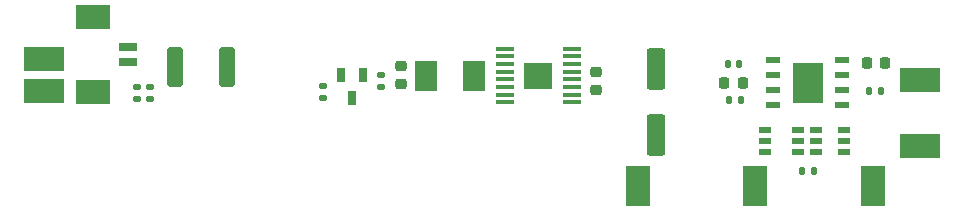
<source format=gbr>
%TF.GenerationSoftware,KiCad,Pcbnew,(6.0.6-0)*%
%TF.CreationDate,2022-10-05T15:39:13+02:00*%
%TF.ProjectId,Battery Extension PCB,42617474-6572-4792-9045-7874656e7369,rev?*%
%TF.SameCoordinates,Original*%
%TF.FileFunction,Soldermask,Top*%
%TF.FilePolarity,Negative*%
%FSLAX46Y46*%
G04 Gerber Fmt 4.6, Leading zero omitted, Abs format (unit mm)*
G04 Created by KiCad (PCBNEW (6.0.6-0)) date 2022-10-05 15:39:13*
%MOMM*%
%LPD*%
G01*
G04 APERTURE LIST*
G04 Aperture macros list*
%AMRoundRect*
0 Rectangle with rounded corners*
0 $1 Rounding radius*
0 $2 $3 $4 $5 $6 $7 $8 $9 X,Y pos of 4 corners*
0 Add a 4 corners polygon primitive as box body*
4,1,4,$2,$3,$4,$5,$6,$7,$8,$9,$2,$3,0*
0 Add four circle primitives for the rounded corners*
1,1,$1+$1,$2,$3*
1,1,$1+$1,$4,$5*
1,1,$1+$1,$6,$7*
1,1,$1+$1,$8,$9*
0 Add four rect primitives between the rounded corners*
20,1,$1+$1,$2,$3,$4,$5,0*
20,1,$1+$1,$4,$5,$6,$7,0*
20,1,$1+$1,$6,$7,$8,$9,0*
20,1,$1+$1,$8,$9,$2,$3,0*%
G04 Aperture macros list end*
%ADD10R,2.000000X3.500000*%
%ADD11R,1.072009X0.532004*%
%ADD12RoundRect,0.140000X-0.140000X-0.170000X0.140000X-0.170000X0.140000X0.170000X-0.140000X0.170000X0*%
%ADD13R,3.000000X2.100000*%
%ADD14R,1.600000X0.800000*%
%ADD15RoundRect,0.135000X-0.135000X-0.185000X0.135000X-0.185000X0.135000X0.185000X-0.135000X0.185000X0*%
%ADD16RoundRect,0.250000X-0.400000X-1.450000X0.400000X-1.450000X0.400000X1.450000X-0.400000X1.450000X0*%
%ADD17RoundRect,0.135000X-0.185000X0.135000X-0.185000X-0.135000X0.185000X-0.135000X0.185000X0.135000X0*%
%ADD18R,3.500000X2.000000*%
%ADD19R,1.000000X0.550013*%
%ADD20RoundRect,0.225000X0.250000X-0.225000X0.250000X0.225000X-0.250000X0.225000X-0.250000X-0.225000X0*%
%ADD21R,1.900000X2.500000*%
%ADD22RoundRect,0.225000X-0.250000X0.225000X-0.250000X-0.225000X0.250000X-0.225000X0.250000X0.225000X0*%
%ADD23R,2.500000X3.499873*%
%ADD24R,1.200000X0.600000*%
%ADD25RoundRect,0.225000X0.225000X0.250000X-0.225000X0.250000X-0.225000X-0.250000X0.225000X-0.250000X0*%
%ADD26RoundRect,0.250000X0.550000X-1.500000X0.550000X1.500000X-0.550000X1.500000X-0.550000X-1.500000X0*%
%ADD27RoundRect,0.100000X-0.687500X-0.100000X0.687500X-0.100000X0.687500X0.100000X-0.687500X0.100000X0*%
%ADD28R,2.460000X2.310000*%
%ADD29RoundRect,0.135000X0.185000X-0.135000X0.185000X0.135000X-0.185000X0.135000X-0.185000X-0.135000X0*%
%ADD30R,0.700000X1.250013*%
G04 APERTURE END LIST*
D10*
%TO.C,P3*%
X118338600Y-80721200D03*
%TD*%
D11*
%TO.C,U6*%
X133451600Y-75925676D03*
X133451600Y-76875638D03*
X133451600Y-77825600D03*
X135749796Y-77825600D03*
X135749796Y-76875638D03*
X135749796Y-75925676D03*
%TD*%
D12*
%TO.C,C5*%
X125961200Y-70358000D03*
X126921200Y-70358000D03*
%TD*%
D13*
%TO.C,U1*%
X72229676Y-66420994D03*
X72229676Y-72771006D03*
D14*
X75129600Y-68970905D03*
X75129600Y-70221095D03*
%TD*%
D10*
%TO.C,P7*%
X128244600Y-80721200D03*
%TD*%
D15*
%TO.C,R7*%
X137934942Y-72623807D03*
X138954942Y-72623807D03*
%TD*%
D16*
%TO.C,F1*%
X79105800Y-70662800D03*
X83555800Y-70662800D03*
%TD*%
D17*
%TO.C,R2*%
X75946000Y-73304500D03*
X75946000Y-72284500D03*
%TD*%
D18*
%TO.C,P2*%
X68021200Y-72694800D03*
%TD*%
D19*
%TO.C,U3*%
X129085847Y-75938123D03*
X129085847Y-76888085D03*
X129085847Y-77838047D03*
X131885949Y-77838047D03*
X131885949Y-76888085D03*
X131885949Y-75938123D03*
%TD*%
D18*
%TO.C,P13*%
X142240000Y-71729600D03*
%TD*%
D20*
%TO.C,C3*%
X114757200Y-72606200D03*
X114757200Y-71056200D03*
%TD*%
D15*
%TO.C,R5*%
X132215206Y-79391539D03*
X133235206Y-79391539D03*
%TD*%
D21*
%TO.C,U7*%
X100362762Y-71374000D03*
X104462838Y-71374000D03*
%TD*%
D18*
%TO.C,P1*%
X68021200Y-69926200D03*
%TD*%
D22*
%TO.C,C2*%
X98247200Y-70497400D03*
X98247200Y-72047400D03*
%TD*%
D23*
%TO.C,U5*%
X132704542Y-71963407D03*
D24*
X129796236Y-73868411D03*
X129796236Y-72598408D03*
X129796236Y-71328406D03*
X129796236Y-70058403D03*
X135612848Y-70058403D03*
X135612848Y-71328406D03*
X135612848Y-72598408D03*
X135612848Y-73868411D03*
%TD*%
D25*
%TO.C,C1*%
X139255800Y-70256400D03*
X137705800Y-70256400D03*
%TD*%
D26*
%TO.C,C6*%
X119837200Y-76415200D03*
X119837200Y-70815200D03*
%TD*%
D25*
%TO.C,C4*%
X127216200Y-71983600D03*
X125666200Y-71983600D03*
%TD*%
D27*
%TO.C,U4*%
X112768879Y-69067512D03*
X112768879Y-69717512D03*
X112768879Y-70367512D03*
X112768879Y-71017512D03*
X112768879Y-71667512D03*
X112768879Y-72317512D03*
X112768879Y-72967512D03*
X112768879Y-73617512D03*
X107043879Y-73617512D03*
X107043879Y-72967512D03*
X107043879Y-72317512D03*
X107043879Y-71667512D03*
X107043879Y-71017512D03*
X107043879Y-70367512D03*
X107043879Y-69717512D03*
X107043879Y-69067512D03*
D28*
X109906379Y-71342512D03*
%TD*%
D17*
%TO.C,R6*%
X96621600Y-71270400D03*
X96621600Y-72290400D03*
%TD*%
D18*
%TO.C,P12*%
X142240000Y-77343000D03*
%TD*%
D29*
%TO.C,R1*%
X77063600Y-72286400D03*
X77063600Y-73306400D03*
%TD*%
D30*
%TO.C,U8*%
X95082362Y-71288400D03*
X93182438Y-71288400D03*
X94132400Y-73288400D03*
%TD*%
D10*
%TO.C,P11*%
X138252200Y-80721200D03*
%TD*%
D29*
%TO.C,R9*%
X91643200Y-73255600D03*
X91643200Y-72235600D03*
%TD*%
D15*
%TO.C,R8*%
X126032800Y-73456800D03*
X127052800Y-73456800D03*
%TD*%
M02*

</source>
